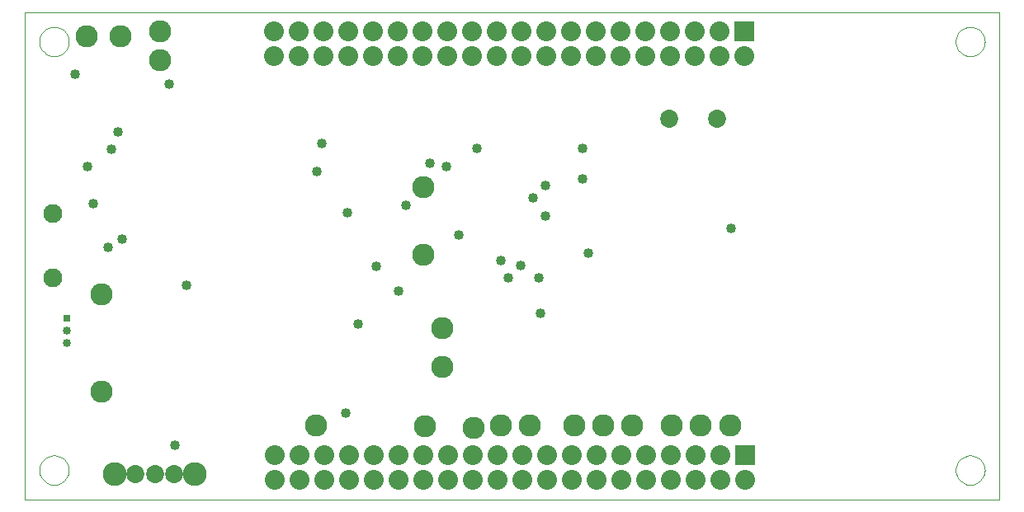
<source format=gbr>
G04 PROTEUS GERBER X2 FILE*
%TF.GenerationSoftware,Labcenter,Proteus,8.16-SP3-Build36097*%
%TF.CreationDate,2025-11-07T09:36:06+00:00*%
%TF.FileFunction,Soldermask,Bot*%
%TF.FilePolarity,Negative*%
%TF.Part,Single*%
%TF.SameCoordinates,{7cfba198-d274-4d3b-beed-790fb78b42e9}*%
%FSLAX45Y45*%
%MOMM*%
G01*
%TA.AperFunction,Material*%
%ADD40C,1.016000*%
%AMPPAD038*
4,1,36,
0.889000,-1.016000,
-0.889000,-1.016000,
-0.914590,-1.013420,
-0.938430,-1.006020,
-0.960000,-0.994310,
-0.978800,-0.978800,
-0.994310,-0.960000,
-1.006020,-0.938430,
-1.013420,-0.914590,
-1.016000,-0.889000,
-1.016000,0.889000,
-1.013420,0.914590,
-1.006020,0.938430,
-0.994310,0.960000,
-0.978800,0.978800,
-0.960000,0.994310,
-0.938430,1.006020,
-0.914590,1.013420,
-0.889000,1.016000,
0.889000,1.016000,
0.914590,1.013420,
0.938430,1.006020,
0.960000,0.994310,
0.978800,0.978800,
0.994310,0.960000,
1.006020,0.938430,
1.013420,0.914590,
1.016000,0.889000,
1.016000,-0.889000,
1.013420,-0.914590,
1.006020,-0.938430,
0.994310,-0.960000,
0.978800,-0.978800,
0.960000,-0.994310,
0.938430,-1.006020,
0.914590,-1.013420,
0.889000,-1.016000,
0*%
%TA.AperFunction,Material*%
%ADD44PPAD038*%
%ADD45C,2.032000*%
%TA.AperFunction,Material*%
%ADD46C,1.854000*%
%TA.AperFunction,Material*%
%ADD47C,2.454000*%
%TA.AperFunction,Material*%
%ADD50C,2.286000*%
%AMPPAD045*
4,1,4,
-0.300520,-0.300520,
-0.300520,0.300520,
0.300520,0.300520,
0.300520,-0.300520,
-0.300520,-0.300520,
0*%
%TA.AperFunction,Material*%
%ADD51PPAD045*%
%ADD52C,0.850000*%
%TA.AperFunction,Material*%
%ADD61C,1.950000*%
%TA.AperFunction,Profile*%
%ADD30C,0.101600*%
%TD.AperFunction*%
D40*
X+5768500Y+2540000D03*
X+5197000Y+3111500D03*
X+4943000Y+2286000D03*
X+4868043Y+2468485D03*
X+5070000Y+2413000D03*
X+1522238Y+571141D03*
X+1641920Y+2213177D03*
X+4435000Y+2730500D03*
X+5705000Y+3619500D03*
X+4625500Y+3619500D03*
X+5705000Y+3302000D03*
X+498000Y+4381500D03*
X+688500Y+3048000D03*
X+625000Y+3429000D03*
X+5260500Y+2286000D03*
X+7229000Y+2794000D03*
X+3408734Y+1813914D03*
X+3276155Y+899461D03*
X+5324000Y+2921000D03*
X+840000Y+2600000D03*
X+873056Y+3605407D03*
X+980016Y+2680931D03*
X+941637Y+3787630D03*
X+1464798Y+4278478D03*
X+3030000Y+3670000D03*
X+3590000Y+2403014D03*
X+3295895Y+2953362D03*
X+3893140Y+3033656D03*
X+3817219Y+2150000D03*
X+5273706Y+1920057D03*
X+5324000Y+3238500D03*
X+4308000Y+3429000D03*
X+2984249Y+3379281D03*
X+4143578Y+3462509D03*
D44*
X+7370000Y+4820000D03*
D45*
X+7116000Y+4820000D03*
X+6862000Y+4820000D03*
X+6608000Y+4820000D03*
X+6354000Y+4820000D03*
X+6100000Y+4820000D03*
X+5846000Y+4820000D03*
X+5592000Y+4820000D03*
X+5338000Y+4820000D03*
X+5084000Y+4820000D03*
X+4830000Y+4820000D03*
X+4576000Y+4820000D03*
X+4322000Y+4820000D03*
X+4068000Y+4820000D03*
X+3814000Y+4820000D03*
X+3560000Y+4820000D03*
X+3306000Y+4820000D03*
X+3052000Y+4820000D03*
X+2798000Y+4820000D03*
X+2544000Y+4820000D03*
X+2544000Y+4566000D03*
X+2798000Y+4566000D03*
X+3052000Y+4566000D03*
X+3306000Y+4566000D03*
X+3560000Y+4566000D03*
X+3814000Y+4566000D03*
X+4068000Y+4566000D03*
X+4322000Y+4566000D03*
X+4576000Y+4566000D03*
X+4830000Y+4566000D03*
X+5084000Y+4566000D03*
X+5338000Y+4566000D03*
X+5592000Y+4566000D03*
X+5846000Y+4566000D03*
X+6100000Y+4566000D03*
X+6354000Y+4566000D03*
X+6608000Y+4566000D03*
X+6862000Y+4566000D03*
X+7116000Y+4566000D03*
X+7370000Y+4566000D03*
D44*
X+7380000Y+470000D03*
D45*
X+7126000Y+470000D03*
X+6872000Y+470000D03*
X+6618000Y+470000D03*
X+6364000Y+470000D03*
X+6110000Y+470000D03*
X+5856000Y+470000D03*
X+5602000Y+470000D03*
X+5348000Y+470000D03*
X+5094000Y+470000D03*
X+4840000Y+470000D03*
X+4586000Y+470000D03*
X+4332000Y+470000D03*
X+4078000Y+470000D03*
X+3824000Y+470000D03*
X+3570000Y+470000D03*
X+3316000Y+470000D03*
X+3062000Y+470000D03*
X+2808000Y+470000D03*
X+2554000Y+470000D03*
X+2554000Y+216000D03*
X+2808000Y+216000D03*
X+3062000Y+216000D03*
X+3316000Y+216000D03*
X+3570000Y+216000D03*
X+3824000Y+216000D03*
X+4078000Y+216000D03*
X+4332000Y+216000D03*
X+4586000Y+216000D03*
X+4840000Y+216000D03*
X+5094000Y+216000D03*
X+5348000Y+216000D03*
X+5602000Y+216000D03*
X+5856000Y+216000D03*
X+6110000Y+216000D03*
X+6364000Y+216000D03*
X+6618000Y+216000D03*
X+6872000Y+216000D03*
X+7126000Y+216000D03*
X+7380000Y+216000D03*
D46*
X+7090000Y+3920000D03*
X+6600000Y+3920000D03*
X+1120000Y+270000D03*
X+1320000Y+270000D03*
X+1520000Y+270000D03*
D47*
X+1730000Y+270000D03*
X+910000Y+270000D03*
D50*
X+770000Y+1120000D03*
D51*
X+420000Y+1870000D03*
D52*
X+420000Y+1745000D03*
X+420000Y+1620000D03*
D50*
X+770000Y+2120000D03*
X+2970000Y+770000D03*
X+4270000Y+1370000D03*
X+4270000Y+1770000D03*
X+4090000Y+760000D03*
X+4590000Y+750000D03*
X+4870000Y+770000D03*
X+5170000Y+770000D03*
X+5620000Y+770000D03*
X+5920000Y+770000D03*
X+6220000Y+770000D03*
X+6620000Y+770000D03*
X+6920000Y+770000D03*
X+7220000Y+770000D03*
X+4070000Y+3220000D03*
X+4070000Y+2520000D03*
X+1370000Y+4820000D03*
X+1370000Y+4520000D03*
X+970000Y+4770000D03*
X+620000Y+4770000D03*
D61*
X+272000Y+2950000D03*
X+272000Y+2290000D03*
D30*
X-14000Y+13000D02*
X+9986000Y+13000D01*
X+9986000Y+5013000D01*
X-14000Y+5013000D01*
X-14000Y+13000D01*
X+9836000Y+4713000D02*
X+9835498Y+4725258D01*
X+9831422Y+4749775D01*
X+9822906Y+4774292D01*
X+9809032Y+4798809D01*
X+9787806Y+4823161D01*
X+9763289Y+4841555D01*
X+9738772Y+4853411D01*
X+9714255Y+4860315D01*
X+9689738Y+4862953D01*
X+9686000Y+4863000D01*
X+9536000Y+4713000D02*
X+9536502Y+4725258D01*
X+9540578Y+4749775D01*
X+9549094Y+4774292D01*
X+9562968Y+4798809D01*
X+9584194Y+4823161D01*
X+9608711Y+4841555D01*
X+9633228Y+4853411D01*
X+9657745Y+4860315D01*
X+9682262Y+4862953D01*
X+9686000Y+4863000D01*
X+9536000Y+4713000D02*
X+9536502Y+4700742D01*
X+9540578Y+4676225D01*
X+9549094Y+4651708D01*
X+9562968Y+4627191D01*
X+9584194Y+4602839D01*
X+9608711Y+4584445D01*
X+9633228Y+4572589D01*
X+9657745Y+4565685D01*
X+9682262Y+4563047D01*
X+9686000Y+4563000D01*
X+9836000Y+4713000D02*
X+9835498Y+4700742D01*
X+9831422Y+4676225D01*
X+9822906Y+4651708D01*
X+9809032Y+4627191D01*
X+9787806Y+4602839D01*
X+9763289Y+4584445D01*
X+9738772Y+4572589D01*
X+9714255Y+4565685D01*
X+9689738Y+4563047D01*
X+9686000Y+4563000D01*
X+9836000Y+313000D02*
X+9835498Y+325258D01*
X+9831422Y+349775D01*
X+9822906Y+374292D01*
X+9809032Y+398809D01*
X+9787806Y+423161D01*
X+9763289Y+441555D01*
X+9738772Y+453411D01*
X+9714255Y+460315D01*
X+9689738Y+462953D01*
X+9686000Y+463000D01*
X+9536000Y+313000D02*
X+9536502Y+325258D01*
X+9540578Y+349775D01*
X+9549094Y+374292D01*
X+9562968Y+398809D01*
X+9584194Y+423161D01*
X+9608711Y+441555D01*
X+9633228Y+453411D01*
X+9657745Y+460315D01*
X+9682262Y+462953D01*
X+9686000Y+463000D01*
X+9536000Y+313000D02*
X+9536502Y+300742D01*
X+9540578Y+276225D01*
X+9549094Y+251708D01*
X+9562968Y+227191D01*
X+9584194Y+202839D01*
X+9608711Y+184445D01*
X+9633228Y+172589D01*
X+9657745Y+165685D01*
X+9682262Y+163047D01*
X+9686000Y+163000D01*
X+9836000Y+313000D02*
X+9835498Y+300742D01*
X+9831422Y+276225D01*
X+9822906Y+251708D01*
X+9809032Y+227191D01*
X+9787806Y+202839D01*
X+9763289Y+184445D01*
X+9738772Y+172589D01*
X+9714255Y+165685D01*
X+9689738Y+163047D01*
X+9686000Y+163000D01*
X+436000Y+313000D02*
X+435498Y+325258D01*
X+431422Y+349775D01*
X+422906Y+374292D01*
X+409032Y+398809D01*
X+387806Y+423161D01*
X+363289Y+441555D01*
X+338772Y+453411D01*
X+314255Y+460315D01*
X+289738Y+462953D01*
X+286000Y+463000D01*
X+136000Y+313000D02*
X+136502Y+325258D01*
X+140578Y+349775D01*
X+149094Y+374292D01*
X+162968Y+398809D01*
X+184194Y+423161D01*
X+208711Y+441555D01*
X+233228Y+453411D01*
X+257745Y+460315D01*
X+282262Y+462953D01*
X+286000Y+463000D01*
X+136000Y+313000D02*
X+136502Y+300742D01*
X+140578Y+276225D01*
X+149094Y+251708D01*
X+162968Y+227191D01*
X+184194Y+202839D01*
X+208711Y+184445D01*
X+233228Y+172589D01*
X+257745Y+165685D01*
X+282262Y+163047D01*
X+286000Y+163000D01*
X+436000Y+313000D02*
X+435498Y+300742D01*
X+431422Y+276225D01*
X+422906Y+251708D01*
X+409032Y+227191D01*
X+387806Y+202839D01*
X+363289Y+184445D01*
X+338772Y+172589D01*
X+314255Y+165685D01*
X+289738Y+163047D01*
X+286000Y+163000D01*
X+436000Y+4713000D02*
X+435498Y+4725258D01*
X+431422Y+4749775D01*
X+422906Y+4774292D01*
X+409032Y+4798809D01*
X+387806Y+4823161D01*
X+363289Y+4841555D01*
X+338772Y+4853411D01*
X+314255Y+4860315D01*
X+289738Y+4862953D01*
X+286000Y+4863000D01*
X+136000Y+4713000D02*
X+136502Y+4725258D01*
X+140578Y+4749775D01*
X+149094Y+4774292D01*
X+162968Y+4798809D01*
X+184194Y+4823161D01*
X+208711Y+4841555D01*
X+233228Y+4853411D01*
X+257745Y+4860315D01*
X+282262Y+4862953D01*
X+286000Y+4863000D01*
X+136000Y+4713000D02*
X+136502Y+4700742D01*
X+140578Y+4676225D01*
X+149094Y+4651708D01*
X+162968Y+4627191D01*
X+184194Y+4602839D01*
X+208711Y+4584445D01*
X+233228Y+4572589D01*
X+257745Y+4565685D01*
X+282262Y+4563047D01*
X+286000Y+4563000D01*
X+436000Y+4713000D02*
X+435498Y+4700742D01*
X+431422Y+4676225D01*
X+422906Y+4651708D01*
X+409032Y+4627191D01*
X+387806Y+4602839D01*
X+363289Y+4584445D01*
X+338772Y+4572589D01*
X+314255Y+4565685D01*
X+289738Y+4563047D01*
X+286000Y+4563000D01*
M02*

</source>
